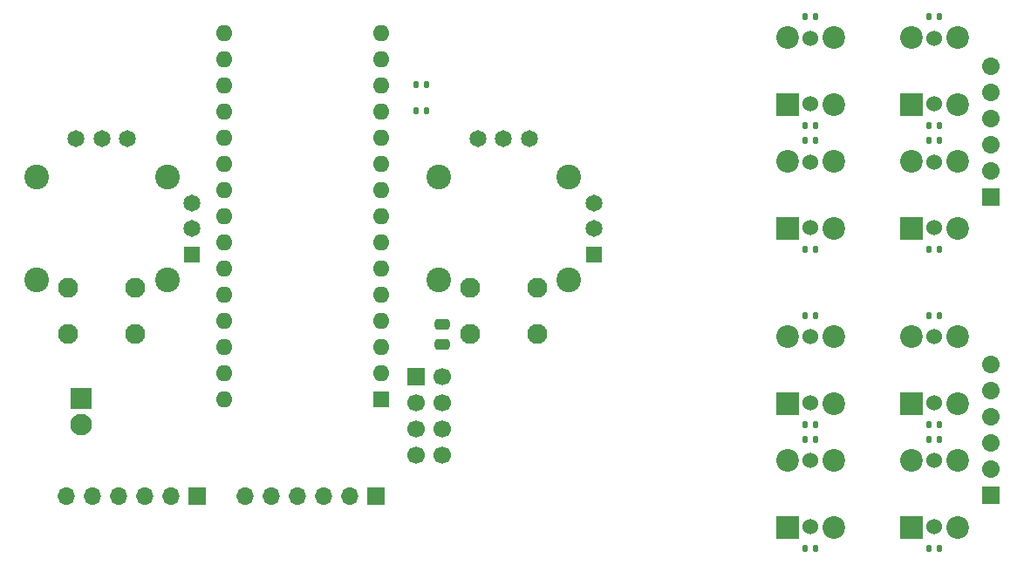
<source format=gts>
%MOIN*%
%OFA0B0*%
%FSLAX46Y46*%
%IPPOS*%
%LPD*%
%AMRoundRect*
4,1,4,
0.07874015748031496,0.11811023622047245,
0.15748031496062992,0.19685039370078741,
0.23622047244094491,0.27559055118110237,
0.31496062992125984,0.35433070866141736,
0.07874015748031496,0.11811023622047245,
0*
1,1,$1,$2,$3*
1,1,$1,$2,$3*
1,1,$1,$2,$3*
1,1,$1,$2,$3*
20,1,$1,$2,$3,$4,$5,0*
20,1,$1,$2,$3,$4,$5,0*
20,1,$1,$2,$3,$4,$5,0*
20,1,$1,$2,$3,$4,$5,0*%
%AMCOMP3*
4,1,3,
0.0053149606299212606,0.0072834645669291338,
-0.0053149606299212606,0.0072834645669291338,
-0.0053149606299212606,-0.0072834645669291338,
0.0053149606299212606,-0.0072834645669291338,
0*
4,1,19,
0.0053149606299212606,0.012598425196850395,
0.0069573737890007053,0.012338292507867943,
0.0084390161047040915,0.011583358040969211,
0.0096148541039613351,0.010407520041711965,
0.010369788570860071,0.00892587772600858,
0.010629921259842521,0.0072834645669291338,
0.010369788570860071,0.0056410514078496891,
0.0096148541039613351,0.0041594090921463047,
0.0084390161047040915,0.0029835710928890593,
0.006957373789000707,0.0022286366259903251,
0.0053149606299212615,0.0019685039370078736,
0.0036725474708418139,0.0022286366259903251,
0.0021909051551384311,0.002983571092889058,
0.0010150671558811857,0.0041594090921463038,
0.00026013268898245133,0.0056410514078496883,
0,0.0072834645669291329,
0.00026013268898245133,0.0089258777260085784,
0.001015067155881184,0.010407520041711962,
0.0021909051551384294,0.011583358040969209,
0.0036725474708418143,0.012338292507867943,
0*
4,1,19,
-0.0053149606299212606,0.012598425196850395,
-0.0036725474708418156,0.012338292507867943,
-0.0021909051551384307,0.011583358040969211,
-0.0010150671558811853,0.010407520041711965,
-0.00026013268898245133,0.00892587772600858,
0,0.0072834645669291338,
-0.00026013268898245133,0.0056410514078496891,
-0.0010150671558811853,0.0041594090921463047,
-0.00219090515513843,0.0029835710928890593,
-0.0036725474708418147,0.0022286366259903251,
-0.00531496062992126,0.0019685039370078736,
-0.006957373789000707,0.0022286366259903251,
-0.00843901610470409,0.002983571092889058,
-0.0096148541039613351,0.0041594090921463038,
-0.010369788570860071,0.0056410514078496883,
-0.010629921259842521,0.0072834645669291329,
-0.010369788570860071,0.0089258777260085784,
-0.0096148541039613369,0.010407520041711962,
-0.0084390161047040915,0.011583358040969209,
-0.006957373789000707,0.012338292507867943,
0*
4,1,19,
-0.0053149606299212606,-0.0019685039370078736,
-0.0036725474708418156,-0.0022286366259903251,
-0.0021909051551384307,-0.0029835710928890588,
-0.0010150671558811853,-0.0041594090921463038,
-0.00026013268898245133,-0.0056410514078496891,
0,-0.0072834645669291338,
-0.00026013268898245133,-0.00892587772600858,
-0.0010150671558811853,-0.010407520041711962,
-0.00219090515513843,-0.011583358040969209,
-0.0036725474708418147,-0.012338292507867943,
-0.00531496062992126,-0.012598425196850395,
-0.006957373789000707,-0.012338292507867943,
-0.00843901610470409,-0.011583358040969211,
-0.0096148541039613351,-0.010407520041711965,
-0.010369788570860071,-0.00892587772600858,
-0.010629921259842521,-0.0072834645669291355,
-0.010369788570860071,-0.00564105140784969,
-0.0096148541039613369,-0.0041594090921463055,
-0.0084390161047040915,-0.0029835710928890593,
-0.006957373789000707,-0.0022286366259903251,
0*
4,1,19,
0.0053149606299212606,-0.0019685039370078736,
0.0069573737890007053,-0.0022286366259903251,
0.0084390161047040915,-0.0029835710928890588,
0.0096148541039613351,-0.0041594090921463038,
0.010369788570860071,-0.0056410514078496891,
0.010629921259842521,-0.0072834645669291338,
0.010369788570860071,-0.00892587772600858,
0.0096148541039613351,-0.010407520041711962,
0.0084390161047040915,-0.011583358040969209,
0.006957373789000707,-0.012338292507867943,
0.0053149606299212615,-0.012598425196850395,
0.0036725474708418139,-0.012338292507867943,
0.0021909051551384311,-0.011583358040969211,
0.0010150671558811857,-0.010407520041711965,
0.00026013268898245133,-0.00892587772600858,
0,-0.0072834645669291355,
0.00026013268898245133,-0.00564105140784969,
0.001015067155881184,-0.0041594090921463055,
0.0021909051551384294,-0.0029835710928890593,
0.0036725474708418143,-0.0022286366259903251,
0*
4,1,3,
0.0053149606299212606,0.012598425196850395,
0.0053149606299212606,0.0019685039370078736,
-0.0053149606299212606,0.0019685039370078736,
-0.0053149606299212606,0.012598425196850395,
0*
4,1,3,
-0.010629921259842521,0.0072834645669291338,
0,0.0072834645669291338,
0,-0.0072834645669291338,
-0.010629921259842521,-0.0072834645669291338,
0*
4,1,3,
-0.0053149606299212606,-0.012598425196850395,
-0.0053149606299212606,-0.0019685039370078736,
0.0053149606299212606,-0.0019685039370078736,
0.0053149606299212606,-0.012598425196850395,
0*
4,1,3,
0.010629921259842521,-0.0072834645669291338,
0,-0.0072834645669291338,
0,0.0072834645669291338,
0.010629921259842521,0.0072834645669291338,
0*%
%AMCOMP4*
4,1,3,
0.018700787401574805,-0.00984251968503937,
0.018700787401574805,0.00984251968503937,
-0.018700787401574805,0.00984251968503937,
-0.018700787401574805,-0.00984251968503937,
0*
4,1,19,
0.018700787401574805,0,
0.021742293251721924,-0.00048172720181935506,
0.0244860753178393,-0.0018797539923725646,
0.026663553094241611,-0.0040572317687748707,
0.02806157988479482,-0.00680101383489225,
0.028543307086614175,-0.00984251968503937,
0.02806157988479482,-0.012884025535186491,
0.026663553094241611,-0.015627807601303868,
0.024486075317839306,-0.017805285377706176,
0.021742293251721924,-0.019203312168259386,
0.018700787401574805,-0.01968503937007874,
0.015659281551427682,-0.019203312168259386,
0.012915499485310306,-0.017805285377706176,
0.010738021708907997,-0.015627807601303872,
0.0093399949183547871,-0.012884025535186491,
0.0088582677165354329,-0.0098425196850393734,
0.0093399949183547871,-0.0068010138348922524,
0.010738021708907997,-0.0040572317687748733,
0.012915499485310301,-0.0018797539923725657,
0.015659281551427682,-0.00048172720181935506,
0*
4,1,19,
0.018700787401574805,0.01968503937007874,
0.021742293251721924,0.019203312168259386,
0.0244860753178393,0.017805285377706176,
0.026663553094241611,0.015627807601303872,
0.02806157988479482,0.012884025535186491,
0.028543307086614175,0.00984251968503937,
0.02806157988479482,0.0068010138348922507,
0.026663553094241611,0.0040572317687748724,
0.024486075317839306,0.0018797539923725657,
0.021742293251721924,0.00048172720181935506,
0.018700787401574805,0,
0.015659281551427682,0.00048172720181935506,
0.012915499485310306,0.0018797539923725635,
0.010738021708907997,0.00405723176877487,
0.0093399949183547871,0.0068010138348922489,
0.0088582677165354329,0.0098425196850393682,
0.0093399949183547871,0.012884025535186489,
0.010738021708907997,0.015627807601303868,
0.012915499485310301,0.017805285377706176,
0.015659281551427682,0.019203312168259386,
0*
4,1,19,
-0.018700787401574805,0.01968503937007874,
-0.015659281551427682,0.019203312168259386,
-0.012915499485310303,0.017805285377706176,
-0.010738021708907997,0.015627807601303872,
-0.0093399949183547871,0.012884025535186491,
-0.0088582677165354329,0.00984251968503937,
-0.0093399949183547871,0.0068010138348922507,
-0.010738021708907997,0.0040572317687748724,
-0.012915499485310301,0.0018797539923725657,
-0.015659281551427682,0.00048172720181935506,
-0.0187007874015748,0,
-0.021742293251721927,0.00048172720181935506,
-0.0244860753178393,0.0018797539923725635,
-0.026663553094241611,0.00405723176877487,
-0.02806157988479482,0.0068010138348922489,
-0.028543307086614175,0.0098425196850393682,
-0.02806157988479482,0.012884025535186489,
-0.026663553094241611,0.015627807601303868,
-0.024486075317839306,0.017805285377706176,
-0.021742293251721924,0.019203312168259386,
0*
4,1,19,
-0.018700787401574805,0,
-0.015659281551427682,-0.00048172720181935506,
-0.012915499485310303,-0.0018797539923725646,
-0.010738021708907997,-0.0040572317687748707,
-0.0093399949183547871,-0.00680101383489225,
-0.0088582677165354329,-0.00984251968503937,
-0.0093399949183547871,-0.012884025535186491,
-0.010738021708907997,-0.015627807601303868,
-0.012915499485310301,-0.017805285377706176,
-0.015659281551427682,-0.019203312168259386,
-0.0187007874015748,-0.01968503937007874,
-0.021742293251721927,-0.019203312168259386,
-0.0244860753178393,-0.017805285377706176,
-0.026663553094241611,-0.015627807601303872,
-0.02806157988479482,-0.012884025535186491,
-0.028543307086614175,-0.0098425196850393734,
-0.02806157988479482,-0.0068010138348922524,
-0.026663553094241611,-0.0040572317687748733,
-0.024486075317839306,-0.0018797539923725657,
-0.021742293251721924,-0.00048172720181935506,
0*
4,1,3,
0.028543307086614175,-0.00984251968503937,
0.0088582677165354329,-0.00984251968503937,
0.0088582677165354329,0.00984251968503937,
0.028543307086614175,0.00984251968503937,
0*
4,1,3,
0.018700787401574805,0.01968503937007874,
0.018700787401574805,0,
-0.018700787401574805,0,
-0.018700787401574805,0.01968503937007874,
0*
4,1,3,
-0.028543307086614175,0.00984251968503937,
-0.0088582677165354329,0.00984251968503937,
-0.0088582677165354329,-0.00984251968503937,
-0.028543307086614175,-0.00984251968503937,
0*
4,1,3,
-0.018700787401574805,-0.01968503937007874,
-0.018700787401574805,0,
0.018700787401574805,0,
0.018700787401574805,-0.01968503937007874,
0*%
%AMRoundRect0*
4,1,4,
-0.027838849653013673,0.13919424826506843,
-0.027838849653013663,0.25054964687712317,
-0.027838849653013628,0.36190504548917785,
-0.027838849653013663,0.47326044410123269,
-0.027838849653013673,0.13919424826506843,
0*
1,1,$1,$2,$3*
1,1,$1,$2,$3*
1,1,$1,$2,$3*
1,1,$1,$2,$3*
20,1,$1,$2,$3,$4,$5,45*
20,1,$1,$2,$3,$4,$5,45*
20,1,$1,$2,$3,$4,$5,45*
20,1,$1,$2,$3,$4,$5,45*%
%AMHorizOval0*
20,1,$1,$2,$3,$4,$5,45*
1,1,$1,$2,$3*
1,1,$1,$2,$3*%
%AMRotRect0*
21,1,$1,$2,0,0,$3*%
%AMCOMP180*
4,1,3,
0.043307086614173228,-0.043307086614173235,
0.043307086614173235,0.043307086614173228,
-0.043307086614173228,0.043307086614173235,
-0.043307086614173235,-0.043307086614173228,
0*%
%AMCOMP190*
4,1,3,
0.00531496533690372,0.0072834503958683168,
-0.0053149653369037181,0.0072834503958683176,
-0.00531496533690372,-0.0072834503958683168,
0.0053149653369037181,-0.0072834503958683176,
0*
4,1,19,
0.0015567206337468731,0.011041695099025164,
0.0029020237044297512,0.012019114992932477,
0.0044835223140521,0.012532975040763733,
0.0061464083597553409,0.012532975040763736,
0.0077279069693776889,0.012019114992932477,
0.0090732100400605659,0.011041695099025162,
0.010050629933967881,0.009696392028342285,
0.010564489981799138,0.0081148934187199387,
0.010564489981799138,0.0064520073730166957,
0.010050629933967881,0.004870508763394346,
0.0090732100400605677,0.0035252056927114694,
0.007727906969377688,0.0025477857988041542,
0.0061464083597553417,0.0020339257509728982,
0.0044835223140521,0.0020339257509728991,
0.0029020237044297512,0.0025477857988041555,
0.0015567206337468731,0.0035252056927114685,
0.00057930073983956021,0.004870508763394346,
0.000065440692008302207,0.006452007373016694,
0.000065440692008301651,0.008114893418719937,
0.00057930073983955891,0.0096963920283422867,
0*
4,1,19,
-0.0090732100400605642,0.011041695099025164,
-0.0077279069693776872,0.012019114992932478,
-0.00614640835975534,0.012532975040763736,
-0.0044835223140520979,0.012532975040763736,
-0.002902023704429749,0.012019114992932477,
-0.0015567206337468709,0.011041695099025164,
-0.00057930073983955771,0.0096963920283422867,
-0.000065440692008301651,0.0081148934187199387,
-0.000065440692008301109,0.0064520073730166966,
-0.00057930073983955826,0.0048705087633943477,
-0.0015567206337468713,0.0035252056927114702,
-0.0029020237044297512,0.0025477857988041555,
-0.004483522314052097,0.0020339257509728991,
-0.00614640835975534,0.0020339257509728995,
-0.0077279069693776889,0.002547785798804156,
-0.0090732100400605659,0.0035252056927114689,
-0.010050629933967881,0.0048705087633943477,
-0.010564489981799138,0.0064520073730166966,
-0.010564489981799138,0.0081148934187199387,
-0.010050629933967879,0.0096963920283422867,
0*
4,1,19,
-0.0090732100400605677,-0.0035252056927114685,
-0.0077279069693776889,-0.0025477857988041555,
-0.0061464083597553409,-0.0020339257509728991,
-0.0044835223140521,-0.0020339257509728991,
-0.0029020237044297503,-0.002547785798804156,
-0.0015567206337468724,-0.0035252056927114689,
-0.00057930073983955945,-0.0048705087633943468,
-0.000065440692008303291,-0.0064520073730166966,
-0.000065440692008302207,-0.008114893418719937,
-0.00057930073983956,-0.0096963920283422867,
-0.001556720633746872,-0.011041695099025164,
-0.0029020237044297533,-0.012019114992932478,
-0.0044835223140520988,-0.012532975040763736,
-0.0061464083597553409,-0.012532975040763736,
-0.0077279069693776889,-0.012019114992932477,
-0.0090732100400605659,-0.011041695099025164,
-0.010050629933967881,-0.009696392028342285,
-0.010564489981799138,-0.0081148934187199387,
-0.010564489981799138,-0.0064520073730166966,
-0.010050629933967882,-0.0048705087633943477,
0*
4,1,19,
0.0015567206337468718,-0.0035252056927114694,
0.00290202370442975,-0.0025477857988041568,
0.0044835223140520988,-0.0020339257509729,
0.0061464083597553409,-0.0020339257509729004,
0.0077279069693776889,-0.0025477857988041568,
0.0090732100400605659,-0.0035252056927114702,
0.010050629933967881,-0.0048705087633943477,
0.010564489981799135,-0.0064520073730166966,
0.010564489981799138,-0.0081148934187199387,
0.010050629933967879,-0.0096963920283422867,
0.0090732100400605659,-0.011041695099025164,
0.0077279069693776863,-0.012019114992932478,
0.0061464083597553409,-0.012532975040763736,
0.0044835223140520979,-0.012532975040763736,
0.002902023704429749,-0.012019114992932477,
0.001556720633746872,-0.011041695099025165,
0.00057930073983955891,-0.0096963920283422867,
0.000065440692008300567,-0.0081148934187199387,
0.000065440692008301109,-0.0064520073730166966,
0.00057930073983955771,-0.0048705087633943477,
0*
4,1,3,
0.0053149653369037207,0.012598411025789576,
0.00531496533690372,0.0019684897659470561,
-0.00531496533690372,0.001968489765947057,
-0.00531496533690372,0.012598411025789576,
0*
4,1,3,
-0.01062992596682498,0.0072834503958683176,
-0.0000000047069824590948216,0.0072834503958683168,
-0.00000000470698246018756,-0.0072834503958683168,
-0.01062992596682498,-0.0072834503958683159,
0*
4,1,3,
-0.0053149653369037207,-0.012598411025789576,
-0.00531496533690372,-0.0019684897659470561,
0.00531496533690372,-0.001968489765947057,
0.00531496533690372,-0.012598411025789576,
0*
4,1,3,
0.01062992596682498,-0.0072834503958683176,
0.0000000047069824590948216,-0.0072834503958683168,
0.00000000470698246018756,0.0072834503958683168,
0.01062992596682498,0.0072834503958683159,
0*%
%AMCOMP200*
4,1,3,
-0.00531496533690372,-0.0072834503958683168,
0.0053149653369037181,-0.0072834503958683176,
0.00531496533690372,0.0072834503958683168,
-0.0053149653369037181,0.0072834503958683176,
0*
4,1,19,
-0.0090732100400605677,-0.0035252056927114685,
-0.0077279069693776889,-0.0025477857988041555,
-0.0061464083597553409,-0.0020339257509728991,
-0.0044835223140521,-0.0020339257509728991,
-0.0029020237044297503,-0.002547785798804156,
-0.0015567206337468724,-0.0035252056927114689,
-0.00057930073983955945,-0.0048705087633943468,
-0.000065440692008303291,-0.0064520073730166966,
-0.000065440692008302207,-0.008114893418719937,
-0.00057930073983956,-0.0096963920283422867,
-0.001556720633746872,-0.011041695099025164,
-0.0029020237044297533,-0.012019114992932478,
-0.0044835223140520988,-0.012532975040763736,
-0.0061464083597553409,-0.012532975040763736,
-0.0077279069693776889,-0.012019114992932477,
-0.0090732100400605659,-0.011041695099025164,
-0.010050629933967881,-0.009696392028342285,
-0.010564489981799138,-0.0081148934187199387,
-0.010564489981799138,-0.0064520073730166966,
-0.010050629933967882,-0.0048705087633943477,
0*
4,1,19,
0.0015567206337468718,-0.0035252056927114694,
0.00290202370442975,-0.0025477857988041568,
0.0044835223140520988,-0.0020339257509729,
0.0061464083597553409,-0.0020339257509729004,
0.0077279069693776889,-0.0025477857988041568,
0.0090732100400605659,-0.0035252056927114702,
0.010050629933967881,-0.0048705087633943477,
0.010564489981799135,-0.0064520073730166966,
0.010564489981799138,-0.0081148934187199387,
0.010050629933967879,-0.0096963920283422867,
0.0090732100400605659,-0.011041695099025164,
0.0077279069693776863,-0.012019114992932478,
0.0061464083597553409,-0.012532975040763736,
0.0044835223140520979,-0.012532975040763736,
0.002902023704429749,-0.012019114992932477,
0.001556720633746872,-0.011041695099025165,
0.00057930073983955891,-0.0096963920283422867,
0.000065440692008300567,-0.0081148934187199387,
0.000065440692008301109,-0.0064520073730166966,
0.00057930073983955771,-0.0048705087633943477,
0*
4,1,19,
0.0015567206337468731,0.011041695099025164,
0.0029020237044297512,0.012019114992932477,
0.0044835223140521,0.012532975040763733,
0.0061464083597553409,0.012532975040763736,
0.0077279069693776889,0.012019114992932477,
0.0090732100400605659,0.011041695099025162,
0.010050629933967881,0.009696392028342285,
0.010564489981799138,0.0081148934187199387,
0.010564489981799138,0.0064520073730166957,
0.010050629933967881,0.004870508763394346,
0.0090732100400605677,0.0035252056927114694,
0.007727906969377688,0.0025477857988041542,
0.0061464083597553417,0.0020339257509728982,
0.0044835223140521,0.0020339257509728991,
0.0029020237044297512,0.0025477857988041555,
0.0015567206337468731,0.0035252056927114685,
0.00057930073983956021,0.004870508763394346,
0.000065440692008302207,0.006452007373016694,
0.000065440692008301651,0.008114893418719937,
0.00057930073983955891,0.0096963920283422867,
0*
4,1,19,
-0.0090732100400605642,0.011041695099025164,
-0.0077279069693776872,0.012019114992932478,
-0.00614640835975534,0.012532975040763736,
-0.0044835223140520979,0.012532975040763736,
-0.002902023704429749,0.012019114992932477,
-0.0015567206337468709,0.011041695099025164,
-0.00057930073983955771,0.0096963920283422867,
-0.000065440692008301651,0.0081148934187199387,
-0.000065440692008301109,0.0064520073730166966,
-0.00057930073983955826,0.0048705087633943477,
-0.0015567206337468713,0.0035252056927114702,
-0.0029020237044297512,0.0025477857988041555,
-0.004483522314052097,0.0020339257509728991,
-0.00614640835975534,0.0020339257509728995,
-0.0077279069693776889,0.002547785798804156,
-0.0090732100400605659,0.0035252056927114689,
-0.010050629933967881,0.0048705087633943477,
-0.010564489981799138,0.0064520073730166966,
-0.010564489981799138,0.0081148934187199387,
-0.010050629933967879,0.0096963920283422867,
0*
4,1,3,
-0.0053149653369037207,-0.012598411025789576,
-0.00531496533690372,-0.0019684897659470561,
0.00531496533690372,-0.001968489765947057,
0.00531496533690372,-0.012598411025789576,
0*
4,1,3,
0.01062992596682498,-0.0072834503958683176,
0.0000000047069824590948216,-0.0072834503958683168,
0.00000000470698246018756,0.0072834503958683168,
0.01062992596682498,0.0072834503958683159,
0*
4,1,3,
0.0053149653369037207,0.012598411025789576,
0.00531496533690372,0.0019684897659470561,
-0.00531496533690372,0.001968489765947057,
-0.00531496533690372,0.012598411025789576,
0*
4,1,3,
-0.01062992596682498,0.0072834503958683176,
-0.0000000047069824590948216,0.0072834503958683168,
-0.00000000470698246018756,-0.0072834503958683168,
-0.01062992596682498,-0.0072834503958683159,
0*%
%AMCOMP210*
4,1,3,
0.033464566929133861,0.033464566929133847,
-0.033464566929133847,0.033464566929133861,
-0.033464566929133861,-0.033464566929133847,
0.033464566929133847,-0.033464566929133861,
0*%
%AMCOMP220*
4,1,2,
0,0,
0,0,
0,0,
0*
4,1,19,
-0.02366302220506163,0.023663022205061633,
-0.015192595463724989,0.029817147462996563,
-0.0052350116253620533,0.033052562578971149,
0.0052350116253620576,0.033052562578971149,
0.015192595463724992,0.029817147462996556,
0.023663022205061633,0.02366302220506163,
0.029817147462996567,0.015192595463724992,
0.033052562578971142,0.0052350116253620559,
0.033052562578971149,-0.0052350116253620533,
0.029817147462996563,-0.015192595463724992,
0.023663022205061633,-0.02366302220506163,
0.015192595463724978,-0.02981714746299657,
0.0052350116253620576,-0.033052562578971149,
-0.0052350116253620533,-0.033052562578971149,
-0.015192595463724989,-0.029817147462996563,
-0.02366302220506163,-0.023663022205061633,
-0.029817147462996563,-0.015192595463724997,
-0.033052562578971142,-0.005235011625362062,
-0.033052562578971149,0.0052350116253620516,
-0.029817147462996563,0.015192595463724989,
0*
4,1,19,
-0.02366302220506163,0.023663022205061633,
-0.015192595463724989,0.029817147462996563,
-0.0052350116253620533,0.033052562578971149,
0.0052350116253620576,0.033052562578971149,
0.015192595463724992,0.029817147462996556,
0.023663022205061633,0.02366302220506163,
0.029817147462996567,0.015192595463724992,
0.033052562578971142,0.0052350116253620559,
0.033052562578971149,-0.0052350116253620533,
0.029817147462996563,-0.015192595463724992,
0.023663022205061633,-0.02366302220506163,
0.015192595463724978,-0.02981714746299657,
0.0052350116253620576,-0.033052562578971149,
-0.0052350116253620533,-0.033052562578971149,
-0.015192595463724989,-0.029817147462996563,
-0.02366302220506163,-0.023663022205061633,
-0.029817147462996563,-0.015192595463724997,
-0.033052562578971142,-0.005235011625362062,
-0.033052562578971149,0.0052350116253620516,
-0.029817147462996563,0.015192595463724989,
0*%
%AMRoundRect1*
4,1,4,
-0.027838849653013673,0.13919424826506843,
-0.027838849653013663,0.25054964687712317,
-0.027838849653013628,0.36190504548917785,
-0.027838849653013663,0.47326044410123269,
-0.027838849653013673,0.13919424826506843,
0*
1,1,$1,$2,$3*
1,1,$1,$2,$3*
1,1,$1,$2,$3*
1,1,$1,$2,$3*
20,1,$1,$2,$3,$4,$5,45*
20,1,$1,$2,$3,$4,$5,45*
20,1,$1,$2,$3,$4,$5,45*
20,1,$1,$2,$3,$4,$5,45*%
%AMHorizOval1*
20,1,$1,$2,$3,$4,$5,45*
1,1,$1,$2,$3*
1,1,$1,$2,$3*%
%AMRotRect1*
21,1,$1,$2,0,0,$3*%
%AMCOMP360*
4,1,3,
-0.00531496533690372,-0.0072834503958683168,
0.0053149653369037181,-0.0072834503958683176,
0.00531496533690372,0.0072834503958683168,
-0.0053149653369037181,0.0072834503958683176,
0*
4,1,19,
-0.0090732100400605677,-0.0035252056927114685,
-0.0077279069693776889,-0.0025477857988041555,
-0.0061464083597553409,-0.0020339257509728991,
-0.0044835223140521,-0.0020339257509728991,
-0.0029020237044297503,-0.002547785798804156,
-0.0015567206337468724,-0.0035252056927114689,
-0.00057930073983955945,-0.0048705087633943468,
-0.000065440692008303291,-0.0064520073730166966,
-0.000065440692008302207,-0.008114893418719937,
-0.00057930073983956,-0.0096963920283422867,
-0.001556720633746872,-0.011041695099025164,
-0.0029020237044297533,-0.012019114992932478,
-0.0044835223140520988,-0.012532975040763736,
-0.0061464083597553409,-0.012532975040763736,
-0.0077279069693776889,-0.012019114992932477,
-0.0090732100400605659,-0.011041695099025164,
-0.010050629933967881,-0.009696392028342285,
-0.010564489981799138,-0.0081148934187199387,
-0.010564489981799138,-0.0064520073730166966,
-0.010050629933967882,-0.0048705087633943477,
0*
4,1,19,
0.0015567206337468718,-0.0035252056927114694,
0.00290202370442975,-0.0025477857988041568,
0.0044835223140520988,-0.0020339257509729,
0.0061464083597553409,-0.0020339257509729004,
0.0077279069693776889,-0.0025477857988041568,
0.0090732100400605659,-0.0035252056927114702,
0.010050629933967881,-0.0048705087633943477,
0.010564489981799135,-0.0064520073730166966,
0.010564489981799138,-0.0081148934187199387,
0.010050629933967879,-0.0096963920283422867,
0.0090732100400605659,-0.011041695099025164,
0.0077279069693776863,-0.012019114992932478,
0.0061464083597553409,-0.012532975040763736,
0.0044835223140520979,-0.012532975040763736,
0.002902023704429749,-0.012019114992932477,
0.001556720633746872,-0.011041695099025165,
0.00057930073983955891,-0.0096963920283422867,
0.000065440692008300567,-0.0081148934187199387,
0.000065440692008301109,-0.0064520073730166966,
0.00057930073983955771,-0.0048705087633943477,
0*
4,1,19,
0.0015567206337468731,0.011041695099025164,
0.0029020237044297512,0.012019114992932477,
0.0044835223140521,0.012532975040763733,
0.0061464083597553409,0.012532975040763736,
0.0077279069693776889,0.012019114992932477,
0.0090732100400605659,0.011041695099025162,
0.010050629933967881,0.009696392028342285,
0.010564489981799138,0.0081148934187199387,
0.010564489981799138,0.0064520073730166957,
0.010050629933967881,0.004870508763394346,
0.0090732100400605677,0.0035252056927114694,
0.007727906969377688,0.0025477857988041542,
0.0061464083597553417,0.0020339257509728982,
0.0044835223140521,0.0020339257509728991,
0.0029020237044297512,0.0025477857988041555,
0.0015567206337468731,0.0035252056927114685,
0.00057930073983956021,0.004870508763394346,
0.000065440692008302207,0.006452007373016694,
0.000065440692008301651,0.008114893418719937,
0.00057930073983955891,0.0096963920283422867,
0*
4,1,19,
-0.0090732100400605642,0.011041695099025164,
-0.0077279069693776872,0.012019114992932478,
-0.00614640835975534,0.012532975040763736,
-0.0044835223140520979,0.012532975040763736,
-0.002902023704429749,0.012019114992932477,
-0.0015567206337468709,0.011041695099025164,
-0.00057930073983955771,0.0096963920283422867,
-0.000065440692008301651,0.0081148934187199387,
-0.000065440692008301109,0.0064520073730166966,
-0.00057930073983955826,0.0048705087633943477,
-0.0015567206337468713,0.0035252056927114702,
-0.0029020237044297512,0.0025477857988041555,
-0.004483522314052097,0.0020339257509728991,
-0.00614640835975534,0.0020339257509728995,
-0.0077279069693776889,0.002547785798804156,
-0.0090732100400605659,0.0035252056927114689,
-0.010050629933967881,0.0048705087633943477,
-0.010564489981799138,0.0064520073730166966,
-0.010564489981799138,0.0081148934187199387,
-0.010050629933967879,0.0096963920283422867,
0*
4,1,3,
-0.0053149653369037207,-0.012598411025789576,
-0.00531496533690372,-0.0019684897659470561,
0.00531496533690372,-0.001968489765947057,
0.00531496533690372,-0.012598411025789576,
0*
4,1,3,
0.01062992596682498,-0.0072834503958683176,
0.0000000047069824590948216,-0.0072834503958683168,
0.00000000470698246018756,0.0072834503958683168,
0.01062992596682498,0.0072834503958683159,
0*
4,1,3,
0.0053149653369037207,0.012598411025789576,
0.00531496533690372,0.0019684897659470561,
-0.00531496533690372,0.001968489765947057,
-0.00531496533690372,0.012598411025789576,
0*
4,1,3,
-0.01062992596682498,0.0072834503958683176,
-0.0000000047069824590948216,0.0072834503958683168,
-0.00000000470698246018756,-0.0072834503958683168,
-0.01062992596682498,-0.0072834503958683159,
0*%
%AMCOMP370*
4,1,3,
0.033464566929133861,0.033464566929133847,
-0.033464566929133847,0.033464566929133861,
-0.033464566929133861,-0.033464566929133847,
0.033464566929133847,-0.033464566929133861,
0*%
%AMCOMP380*
4,1,2,
0,0,
0,0,
0,0,
0*
4,1,19,
-0.02366302220506163,0.023663022205061633,
-0.015192595463724989,0.029817147462996563,
-0.0052350116253620533,0.033052562578971149,
0.0052350116253620576,0.033052562578971149,
0.015192595463724992,0.029817147462996556,
0.023663022205061633,0.02366302220506163,
0.029817147462996567,0.015192595463724992,
0.033052562578971142,0.0052350116253620559,
0.033052562578971149,-0.0052350116253620533,
0.029817147462996563,-0.015192595463724992,
0.023663022205061633,-0.02366302220506163,
0.015192595463724978,-0.02981714746299657,
0.0052350116253620576,-0.033052562578971149,
-0.0052350116253620533,-0.033052562578971149,
-0.015192595463724989,-0.029817147462996563,
-0.02366302220506163,-0.023663022205061633,
-0.029817147462996563,-0.015192595463724997,
-0.033052562578971142,-0.005235011625362062,
-0.033052562578971149,0.0052350116253620516,
-0.029817147462996563,0.015192595463724989,
0*
4,1,19,
-0.02366302220506163,0.023663022205061633,
-0.015192595463724989,0.029817147462996563,
-0.0052350116253620533,0.033052562578971149,
0.0052350116253620576,0.033052562578971149,
0.015192595463724992,0.029817147462996556,
0.023663022205061633,0.02366302220506163,
0.029817147462996567,0.015192595463724992,
0.033052562578971142,0.0052350116253620559,
0.033052562578971149,-0.0052350116253620533,
0.029817147462996563,-0.015192595463724992,
0.023663022205061633,-0.02366302220506163,
0.015192595463724978,-0.02981714746299657,
0.0052350116253620576,-0.033052562578971149,
-0.0052350116253620533,-0.033052562578971149,
-0.015192595463724989,-0.029817147462996563,
-0.02366302220506163,-0.023663022205061633,
-0.029817147462996563,-0.015192595463724997,
-0.033052562578971142,-0.005235011625362062,
-0.033052562578971149,0.0052350116253620516,
-0.029817147462996563,0.015192595463724989,
0*%
%AMCOMP390*
4,1,3,
0.043307086614173228,-0.043307086614173235,
0.043307086614173235,0.043307086614173228,
-0.043307086614173228,0.043307086614173235,
-0.043307086614173235,-0.043307086614173228,
0*%
%AMCOMP400*
4,1,3,
0.00531496533690372,0.0072834503958683168,
-0.0053149653369037181,0.0072834503958683176,
-0.00531496533690372,-0.0072834503958683168,
0.0053149653369037181,-0.0072834503958683176,
0*
4,1,19,
0.0015567206337468731,0.011041695099025164,
0.0029020237044297512,0.012019114992932477,
0.0044835223140521,0.012532975040763733,
0.0061464083597553409,0.012532975040763736,
0.0077279069693776889,0.012019114992932477,
0.0090732100400605659,0.011041695099025162,
0.010050629933967881,0.009696392028342285,
0.010564489981799138,0.0081148934187199387,
0.010564489981799138,0.0064520073730166957,
0.010050629933967881,0.004870508763394346,
0.0090732100400605677,0.0035252056927114694,
0.007727906969377688,0.0025477857988041542,
0.0061464083597553417,0.0020339257509728982,
0.0044835223140521,0.0020339257509728991,
0.0029020237044297512,0.0025477857988041555,
0.0015567206337468731,0.0035252056927114685,
0.00057930073983956021,0.004870508763394346,
0.000065440692008302207,0.006452007373016694,
0.000065440692008301651,0.008114893418719937,
0.00057930073983955891,0.0096963920283422867,
0*
4,1,19,
-0.0090732100400605642,0.011041695099025164,
-0.0077279069693776872,0.012019114992932478,
-0.00614640835975534,0.012532975040763736,
-0.0044835223140520979,0.012532975040763736,
-0.002902023704429749,0.012019114992932477,
-0.0015567206337468709,0.011041695099025164,
-0.00057930073983955771,0.0096963920283422867,
-0.000065440692008301651,0.0081148934187199387,
-0.000065440692008301109,0.0064520073730166966,
-0.00057930073983955826,0.0048705087633943477,
-0.0015567206337468713,0.0035252056927114702,
-0.0029020237044297512,0.0025477857988041555,
-0.004483522314052097,0.0020339257509728991,
-0.00614640835975534,0.0020339257509728995,
-0.0077279069693776889,0.002547785798804156,
-0.0090732100400605659,0.0035252056927114689,
-0.010050629933967881,0.0048705087633943477,
-0.010564489981799138,0.0064520073730166966,
-0.010564489981799138,0.0081148934187199387,
-0.010050629933967879,0.0096963920283422867,
0*
4,1,19,
-0.0090732100400605677,-0.0035252056927114685,
-0.0077279069693776889,-0.0025477857988041555,
-0.0061464083597553409,-0.0020339257509728991,
-0.0044835223140521,-0.0020339257509728991,
-0.0029020237044297503,-0.002547785798804156,
-0.0015567206337468724,-0.0035252056927114689,
-0.00057930073983955945,-0.0048705087633943468,
-0.000065440692008303291,-0.0064520073730166966,
-0.000065440692008302207,-0.008114893418719937,
-0.00057930073983956,-0.0096963920283422867,
-0.001556720633746872,-0.011041695099025164,
-0.0029020237044297533,-0.012019114992932478,
-0.0044835223140520988,-0.012532975040763736,
-0.0061464083597553409,-0.012532975040763736,
-0.0077279069693776889,-0.012019114992932477,
-0.0090732100400605659,-0.011041695099025164,
-0.010050629933967881,-0.009696392028342285,
-0.010564489981799138,-0.0081148934187199387,
-0.010564489981799138,-0.0064520073730166966,
-0.010050629933967882,-0.0048705087633943477,
0*
4,1,19,
0.0015567206337468718,-0.0035252056927114694,
0.00290202370442975,-0.0025477857988041568,
0.0044835223140520988,-0.0020339257509729,
0.0061464083597553409,-0.0020339257509729004,
0.0077279069693776889,-0.0025477857988041568,
0.0090732100400605659,-0.0035252056927114702,
0.010050629933967881,-0.0048705087633943477,
0.010564489981799135,-0.0064520073730166966,
0.010564489981799138,-0.0081148934187199387,
0.010050629933967879,-0.0096963920283422867,
0.0090732100400605659,-0.011041695099025164,
0.0077279069693776863,-0.012019114992932478,
0.0061464083597553409,-0.012532975040763736,
0.0044835223140520979,-0.012532975040763736,
0.002902023704429749,-0.012019114992932477,
0.001556720633746872,-0.011041695099025165,
0.00057930073983955891,-0.0096963920283422867,
0.000065440692008300567,-0.0081148934187199387,
0.000065440692008301109,-0.0064520073730166966,
0.00057930073983955771,-0.0048705087633943477,
0*
4,1,3,
0.0053149653369037207,0.012598411025789576,
0.00531496533690372,0.0019684897659470561,
-0.00531496533690372,0.001968489765947057,
-0.00531496533690372,0.012598411025789576,
0*
4,1,3,
-0.01062992596682498,0.0072834503958683176,
-0.0000000047069824590948216,0.0072834503958683168,
-0.00000000470698246018756,-0.0072834503958683168,
-0.01062992596682498,-0.0072834503958683159,
0*
4,1,3,
-0.0053149653369037207,-0.012598411025789576,
-0.00531496533690372,-0.0019684897659470561,
0.00531496533690372,-0.001968489765947057,
0.00531496533690372,-0.012598411025789576,
0*
4,1,3,
0.01062992596682498,-0.0072834503958683176,
0.0000000047069824590948216,-0.0072834503958683168,
0.00000000470698246018756,0.0072834503958683168,
0.01062992596682498,0.0072834503958683159,
0*%
%AMCOMP49*
4,1,3,
0.0053149606299212606,0.0072834645669291338,
-0.0053149606299212606,0.0072834645669291338,
-0.0053149606299212606,-0.0072834645669291338,
0.0053149606299212606,-0.0072834645669291338,
0*
4,1,19,
0.0053149606299212606,0.012598425196850395,
0.0069573737890007053,0.012338292507867943,
0.0084390161047040915,0.011583358040969211,
0.0096148541039613351,0.010407520041711965,
0.010369788570860071,0.00892587772600858,
0.010629921259842521,0.0072834645669291338,
0.010369788570860071,0.0056410514078496891,
0.0096148541039613351,0.0041594090921463047,
0.0084390161047040915,0.0029835710928890593,
0.006957373789000707,0.0022286366259903251,
0.0053149606299212615,0.0019685039370078736,
0.0036725474708418139,0.0022286366259903251,
0.0021909051551384311,0.002983571092889058,
0.0010150671558811857,0.0041594090921463038,
0.00026013268898245133,0.0056410514078496883,
0,0.0072834645669291329,
0.00026013268898245133,0.0089258777260085784,
0.001015067155881184,0.010407520041711962,
0.0021909051551384294,0.011583358040969209,
0.0036725474708418143,0.012338292507867943,
0*
4,1,19,
-0.0053149606299212606,0.012598425196850395,
-0.0036725474708418156,0.012338292507867943,
-0.0021909051551384307,0.011583358040969211,
-0.0010150671558811853,0.010407520041711965,
-0.00026013268898245133,0.00892587772600858,
0,0.0072834645669291338,
-0.00026013268898245133,0.0056410514078496891,
-0.0010150671558811853,0.0041594090921463047,
-0.00219090515513843,0.0029835710928890593,
-0.0036725474708418147,0.0022286366259903251,
-0.00531496062992126,0.0019685039370078736,
-0.006957373789000707,0.0022286366259903251,
-0.00843901610470409,0.002983571092889058,
-0.0096148541039613351,0.0041594090921463038,
-0.010369788570860071,0.0056410514078496883,
-0.010629921259842521,0.0072834645669291329,
-0.010369788570860071,0.0089258777260085784,
-0.0096148541039613369,0.010407520041711962,
-0.0084390161047040915,0.011583358040969209,
-0.006957373789000707,0.012338292507867943,
0*
4,1,19,
-0.0053149606299212606,-0.0019685039370078736,
-0.0036725474708418156,-0.0022286366259903251,
-0.0021909051551384307,-0.0029835710928890588,
-0.0010150671558811853,-0.0041594090921463038,
-0.00026013268898245133,-0.0056410514078496891,
0,-0.0072834645669291338,
-0.00026013268898245133,-0.00892587772600858,
-0.0010150671558811853,-0.010407520041711962,
-0.00219090515513843,-0.011583358040969209,
-0.0036725474708418147,-0.012338292507867943,
-0.00531496062992126,-0.012598425196850395,
-0.006957373789000707,-0.012338292507867943,
-0.00843901610470409,-0.011583358040969211,
-0.0096148541039613351,-0.010407520041711965,
-0.010369788570860071,-0.00892587772600858,
-0.010629921259842521,-0.0072834645669291355,
-0.010369788570860071,-0.00564105140784969,
-0.0096148541039613369,-0.0041594090921463055,
-0.0084390161047040915,-0.0029835710928890593,
-0.006957373789000707,-0.0022286366259903251,
0*
4,1,19,
0.0053149606299212606,-0.0019685039370078736,
0.0069573737890007053,-0.0022286366259903251,
0.0084390161047040915,-0.0029835710928890588,
0.0096148541039613351,-0.0041594090921463038,
0.010369788570860071,-0.0056410514078496891,
0.010629921259842521,-0.0072834645669291338,
0.010369788570860071,-0.00892587772600858,
0.0096148541039613351,-0.010407520041711962,
0.0084390161047040915,-0.011583358040969209,
0.006957373789000707,-0.012338292507867943,
0.0053149606299212615,-0.012598425196850395,
0.0036725474708418139,-0.012338292507867943,
0.0021909051551384311,-0.011583358040969211,
0.0010150671558811857,-0.010407520041711965,
0.00026013268898245133,-0.00892587772600858,
0,-0.0072834645669291355,
0.00026013268898245133,-0.00564105140784969,
0.001015067155881184,-0.0041594090921463055,
0.0021909051551384294,-0.0029835710928890593,
0.0036725474708418143,-0.0022286366259903251,
0*
4,1,3,
0.0053149606299212606,0.012598425196850395,
0.0053149606299212606,0.0019685039370078736,
-0.0053149606299212606,0.0019685039370078736,
-0.0053149606299212606,0.012598425196850395,
0*
4,1,3,
-0.010629921259842521,0.0072834645669291338,
0,0.0072834645669291338,
0,-0.0072834645669291338,
-0.010629921259842521,-0.0072834645669291338,
0*
4,1,3,
-0.0053149606299212606,-0.012598425196850395,
-0.0053149606299212606,-0.0019685039370078736,
0.0053149606299212606,-0.0019685039370078736,
0.0053149606299212606,-0.012598425196850395,
0*
4,1,3,
0.010629921259842521,-0.0072834645669291338,
0,-0.0072834645669291338,
0,0.0072834645669291338,
0.010629921259842521,0.0072834645669291338,
0*%
%ADD10COMP49,0.135X0.135X0.185X-0.135X0.185X-0.135X-0.185X0.135X-0.185X0*%
%ADD11R,0.082677165354330714X0.082677165354330714*%
%ADD12C,0.082677165354330714*%
%AMCOMP52*
4,1,3,
0.018700787401574805,-0.00984251968503937,
0.018700787401574805,0.00984251968503937,
-0.018700787401574805,0.00984251968503937,
-0.018700787401574805,-0.00984251968503937,
0*
4,1,19,
0.018700787401574805,0,
0.021742293251721924,-0.00048172720181935506,
0.0244860753178393,-0.0018797539923725646,
0.026663553094241611,-0.0040572317687748707,
0.02806157988479482,-0.00680101383489225,
0.028543307086614175,-0.00984251968503937,
0.02806157988479482,-0.012884025535186491,
0.026663553094241611,-0.015627807601303868,
0.024486075317839306,-0.017805285377706176,
0.021742293251721924,-0.019203312168259386,
0.018700787401574805,-0.01968503937007874,
0.015659281551427682,-0.019203312168259386,
0.012915499485310306,-0.017805285377706176,
0.010738021708907997,-0.015627807601303872,
0.0093399949183547871,-0.012884025535186491,
0.0088582677165354329,-0.0098425196850393734,
0.0093399949183547871,-0.0068010138348922524,
0.010738021708907997,-0.0040572317687748733,
0.012915499485310301,-0.0018797539923725657,
0.015659281551427682,-0.00048172720181935506,
0*
4,1,19,
0.018700787401574805,0.01968503937007874,
0.021742293251721924,0.019203312168259386,
0.0244860753178393,0.017805285377706176,
0.026663553094241611,0.015627807601303872,
0.02806157988479482,0.012884025535186491,
0.028543307086614175,0.00984251968503937,
0.02806157988479482,0.0068010138348922507,
0.026663553094241611,0.0040572317687748724,
0.024486075317839306,0.0018797539923725657,
0.021742293251721924,0.00048172720181935506,
0.018700787401574805,0,
0.015659281551427682,0.00048172720181935506,
0.012915499485310306,0.0018797539923725635,
0.010738021708907997,0.00405723176877487,
0.0093399949183547871,0.0068010138348922489,
0.0088582677165354329,0.0098425196850393682,
0.0093399949183547871,0.012884025535186489,
0.010738021708907997,0.015627807601303868,
0.012915499485310301,0.017805285377706176,
0.015659281551427682,0.019203312168259386,
0*
4,1,19,
-0.018700787401574805,0.01968503937007874,
-0.015659281551427682,0.019203312168259386,
-0.012915499485310303,0.017805285377706176,
-0.010738021708907997,0.015627807601303872,
-0.0093399949183547871,0.012884025535186491,
-0.0088582677165354329,0.00984251968503937,
-0.0093399949183547871,0.0068010138348922507,
-0.010738021708907997,0.0040572317687748724,
-0.012915499485310301,0.0018797539923725657,
-0.015659281551427682,0.00048172720181935506,
-0.0187007874015748,0,
-0.021742293251721927,0.00048172720181935506,
-0.0244860753178393,0.0018797539923725635,
-0.026663553094241611,0.00405723176877487,
-0.02806157988479482,0.0068010138348922489,
-0.028543307086614175,0.0098425196850393682,
-0.02806157988479482,0.012884025535186489,
-0.026663553094241611,0.015627807601303868,
-0.024486075317839306,0.017805285377706176,
-0.021742293251721924,0.019203312168259386,
0*
4,1,19,
-0.018700787401574805,0,
-0.015659281551427682,-0.00048172720181935506,
-0.012915499485310303,-0.0018797539923725646,
-0.010738021708907997,-0.0040572317687748707,
-0.0093399949183547871,-0.00680101383489225,
-0.0088582677165354329,-0.00984251968503937,
-0.0093399949183547871,-0.012884025535186491,
-0.010738021708907997,-0.015627807601303868,
-0.012915499485310301,-0.017805285377706176,
-0.015659281551427682,-0.019203312168259386,
-0.0187007874015748,-0.01968503937007874,
-0.021742293251721927,-0.019203312168259386,
-0.0244860753178393,-0.017805285377706176,
-0.026663553094241611,-0.015627807601303872,
-0.02806157988479482,-0.012884025535186491,
-0.028543307086614175,-0.0098425196850393734,
-0.02806157988479482,-0.0068010138348922524,
-0.026663553094241611,-0.0040572317687748733,
-0.024486075317839306,-0.0018797539923725657,
-0.021742293251721924,-0.00048172720181935506,
0*
4,1,3,
0.028543307086614175,-0.00984251968503937,
0.0088582677165354329,-0.00984251968503937,
0.0088582677165354329,0.00984251968503937,
0.028543307086614175,0.00984251968503937,
0*
4,1,3,
0.018700787401574805,0.01968503937007874,
0.018700787401574805,0,
-0.018700787401574805,0,
-0.018700787401574805,0.01968503937007874,
0*
4,1,3,
-0.028543307086614175,0.00984251968503937,
-0.0088582677165354329,0.00984251968503937,
-0.0088582677165354329,-0.00984251968503937,
-0.028543307086614175,-0.00984251968503937,
0*
4,1,3,
-0.018700787401574805,-0.01968503937007874,
-0.018700787401574805,0,
0.018700787401574805,0,
0.018700787401574805,-0.01968503937007874,
0*%
%ADD13COMP52,0.25X0.475X-0.25X0.475X0.25X-0.475X0.25X-0.475X-0.25X0*%
%ADD14R,0.066929133858267723X0.066929133858267723*%
%ADD15C,0.066929133858267723*%
%ADD16R,0.062992125984251982X0.062992125984251982*%
%ADD17O,0.062992125984251982X0.062992125984251982*%
%ADD18O,0.066929133858267723X0.066929133858267723*%
%ADD19C,0.064960629921259838*%
%ADD20R,0.064960629921259838X0.064960629921259838*%
%ADD21C,0.094488188976377951*%
%ADD22C,0.076771653543307089*%
%AMCOMP57*
4,1,3,
0.043307086614173228,-0.043307086614173235,
0.043307086614173235,0.043307086614173228,
-0.043307086614173228,0.043307086614173235,
-0.043307086614173235,-0.043307086614173228,
0*%
%ADD33COMP57,2.2X2.2X45*%
%ADD34C,0.086614173228346469*%
%ADD35C,0.060000000000000005*%
%AMCOMP58*
4,1,3,
0.00531496533690372,0.0072834503958683168,
-0.0053149653369037181,0.0072834503958683176,
-0.00531496533690372,-0.0072834503958683168,
0.0053149653369037181,-0.0072834503958683176,
0*
4,1,19,
0.0015567206337468731,0.011041695099025164,
0.0029020237044297512,0.012019114992932477,
0.0044835223140521,0.012532975040763733,
0.0061464083597553409,0.012532975040763736,
0.0077279069693776889,0.012019114992932477,
0.0090732100400605659,0.011041695099025162,
0.010050629933967881,0.009696392028342285,
0.010564489981799138,0.0081148934187199387,
0.010564489981799138,0.0064520073730166957,
0.010050629933967881,0.004870508763394346,
0.0090732100400605677,0.0035252056927114694,
0.007727906969377688,0.0025477857988041542,
0.0061464083597553417,0.0020339257509728982,
0.0044835223140521,0.0020339257509728991,
0.0029020237044297512,0.0025477857988041555,
0.0015567206337468731,0.0035252056927114685,
0.00057930073983956021,0.004870508763394346,
0.000065440692008302207,0.006452007373016694,
0.000065440692008301651,0.008114893418719937,
0.00057930073983955891,0.0096963920283422867,
0*
4,1,19,
-0.0090732100400605642,0.011041695099025164,
-0.0077279069693776872,0.012019114992932478,
-0.00614640835975534,0.012532975040763736,
-0.0044835223140520979,0.012532975040763736,
-0.002902023704429749,0.012019114992932477,
-0.0015567206337468709,0.011041695099025164,
-0.00057930073983955771,0.0096963920283422867,
-0.000065440692008301651,0.0081148934187199387,
-0.000065440692008301109,0.0064520073730166966,
-0.00057930073983955826,0.0048705087633943477,
-0.0015567206337468713,0.0035252056927114702,
-0.0029020237044297512,0.0025477857988041555,
-0.004483522314052097,0.0020339257509728991,
-0.00614640835975534,0.0020339257509728995,
-0.0077279069693776889,0.002547785798804156,
-0.0090732100400605659,0.0035252056927114689,
-0.010050629933967881,0.0048705087633943477,
-0.010564489981799138,0.0064520073730166966,
-0.010564489981799138,0.0081148934187199387,
-0.010050629933967879,0.0096963920283422867,
0*
4,1,19,
-0.0090732100400605677,-0.0035252056927114685,
-0.0077279069693776889,-0.0025477857988041555,
-0.0061464083597553409,-0.0020339257509728991,
-0.0044835223140521,-0.0020339257509728991,
-0.0029020237044297503,-0.002547785798804156,
-0.0015567206337468724,-0.0035252056927114689,
-0.00057930073983955945,-0.0048705087633943468,
-0.000065440692008303291,-0.0064520073730166966,
-0.000065440692008302207,-0.008114893418719937,
-0.00057930073983956,-0.0096963920283422867,
-0.001556720633746872,-0.011041695099025164,
-0.0029020237044297533,-0.012019114992932478,
-0.0044835223140520988,-0.012532975040763736,
-0.0061464083597553409,-0.012532975040763736,
-0.0077279069693776889,-0.012019114992932477,
-0.0090732100400605659,-0.011041695099025164,
-0.010050629933967881,-0.009696392028342285,
-0.010564489981799138,-0.0081148934187199387,
-0.010564489981799138,-0.0064520073730166966,
-0.010050629933967882,-0.0048705087633943477,
0*
4,1,19,
0.0015567206337468718,-0.0035252056927114694,
0.00290202370442975,-0.0025477857988041568,
0.0044835223140520988,-0.0020339257509729,
0.0061464083597553409,-0.0020339257509729004,
0.0077279069693776889,-0.0025477857988041568,
0.0090732100400605659,-0.0035252056927114702,
0.010050629933967881,-0.0048705087633943477,
0.010564489981799135,-0.0064520073730166966,
0.010564489981799138,-0.0081148934187199387,
0.010050629933967879,-0.0096963920283422867,
0.0090732100400605659,-0.011041695099025164,
0.0077279069693776863,-0.012019114992932478,
0.0061464083597553409,-0.012532975040763736,
0.0044835223140520979,-0.012532975040763736,
0.002902023704429749,-0.012019114992932477,
0.001556720633746872,-0.011041695099025165,
0.00057930073983955891,-0.0096963920283422867,
0.000065440692008300567,-0.0081148934187199387,
0.000065440692008301109,-0.0064520073730166966,
0.00057930073983955771,-0.0048705087633943477,
0*
4,1,3,
0.0053149653369037207,0.012598411025789576,
0.00531496533690372,0.0019684897659470561,
-0.00531496533690372,0.001968489765947057,
-0.00531496533690372,0.012598411025789576,
0*
4,1,3,
-0.01062992596682498,0.0072834503958683176,
-0.0000000047069824590948216,0.0072834503958683168,
-0.00000000470698246018756,-0.0072834503958683168,
-0.01062992596682498,-0.0072834503958683159,
0*
4,1,3,
-0.0053149653369037207,-0.012598411025789576,
-0.00531496533690372,-0.0019684897659470561,
0.00531496533690372,-0.001968489765947057,
0.00531496533690372,-0.012598411025789576,
0*
4,1,3,
0.01062992596682498,-0.0072834503958683176,
0.0000000047069824590948216,-0.0072834503958683168,
0.00000000470698246018756,0.0072834503958683168,
0.01062992596682498,0.0072834503958683159,
0*%
%ADD36COMP58,0.135X0.226274X0.035355X0.035355X0.226274X-0.226274X-0.035355X-0.035355X-0.226274X0*%
%AMCOMP63*
4,1,3,
-0.00531496533690372,-0.0072834503958683168,
0.0053149653369037181,-0.0072834503958683176,
0.00531496533690372,0.0072834503958683168,
-0.0053149653369037181,0.0072834503958683176,
0*
4,1,19,
-0.0090732100400605677,-0.0035252056927114685,
-0.0077279069693776889,-0.0025477857988041555,
-0.0061464083597553409,-0.0020339257509728991,
-0.0044835223140521,-0.0020339257509728991,
-0.0029020237044297503,-0.002547785798804156,
-0.0015567206337468724,-0.0035252056927114689,
-0.00057930073983955945,-0.0048705087633943468,
-0.000065440692008303291,-0.0064520073730166966,
-0.000065440692008302207,-0.008114893418719937,
-0.00057930073983956,-0.0096963920283422867,
-0.001556720633746872,-0.011041695099025164,
-0.0029020237044297533,-0.012019114992932478,
-0.0044835223140520988,-0.012532975040763736,
-0.0061464083597553409,-0.012532975040763736,
-0.0077279069693776889,-0.012019114992932477,
-0.0090732100400605659,-0.011041695099025164,
-0.010050629933967881,-0.009696392028342285,
-0.010564489981799138,-0.0081148934187199387,
-0.010564489981799138,-0.0064520073730166966,
-0.010050629933967882,-0.0048705087633943477,
0*
4,1,19,
0.0015567206337468718,-0.0035252056927114694,
0.00290202370442975,-0.0025477857988041568,
0.0044835223140520988,-0.0020339257509729,
0.0061464083597553409,-0.0020339257509729004,
0.0077279069693776889,-0.0025477857988041568,
0.0090732100400605659,-0.0035252056927114702,
0.010050629933967881,-0.0048705087633943477,
0.010564489981799135,-0.0064520073730166966,
0.010564489981799138,-0.0081148934187199387,
0.010050629933967879,-0.0096963920283422867,
0.0090732100400605659,-0.011041695099025164,
0.0077279069693776863,-0.012019114992932478,
0.0061464083597553409,-0.012532975040763736,
0.0044835223140520979,-0.012532975040763736,
0.002902023704429749,-0.012019114992932477,
0.001556720633746872,-0.011041695099025165,
0.00057930073983955891,-0.0096963920283422867,
0.000065440692008300567,-0.0081148934187199387,
0.000065440692008301109,-0.0064520073730166966,
0.00057930073983955771,-0.0048705087633943477,
0*
4,1,19,
0.0015567206337468731,0.011041695099025164,
0.0029020237044297512,0.012019114992932477,
0.0044835223140521,0.012532975040763733,
0.0061464083597553409,0.012532975040763736,
0.0077279069693776889,0.012019114992932477,
0.0090732100400605659,0.011041695099025162,
0.010050629933967881,0.009696392028342285,
0.010564489981799138,0.0081148934187199387,
0.010564489981799138,0.0064520073730166957,
0.010050629933967881,0.004870508763394346,
0.0090732100400605677,0.0035252056927114694,
0.007727906969377688,0.0025477857988041542,
0.0061464083597553417,0.0020339257509728982,
0.0044835223140521,0.0020339257509728991,
0.0029020237044297512,0.0025477857988041555,
0.0015567206337468731,0.0035252056927114685,
0.00057930073983956021,0.004870508763394346,
0.000065440692008302207,0.006452007373016694,
0.000065440692008301651,0.008114893418719937,
0.00057930073983955891,0.0096963920283422867,
0*
4,1,19,
-0.0090732100400605642,0.011041695099025164,
-0.0077279069693776872,0.012019114992932478,
-0.00614640835975534,0.012532975040763736,
-0.0044835223140520979,0.012532975040763736,
-0.002902023704429749,0.012019114992932477,
-0.0015567206337468709,0.011041695099025164,
-0.00057930073983955771,0.0096963920283422867,
-0.000065440692008301651,0.0081148934187199387,
-0.000065440692008301109,0.0064520073730166966,
-0.00057930073983955826,0.0048705087633943477,
-0.0015567206337468713,0.0035252056927114702,
-0.0029020237044297512,0.0025477857988041555,
-0.004483522314052097,0.0020339257509728991,
-0.00614640835975534,0.0020339257509728995,
-0.0077279069693776889,0.002547785798804156,
-0.0090732100400605659,0.0035252056927114689,
-0.010050629933967881,0.0048705087633943477,
-0.010564489981799138,0.0064520073730166966,
-0.010564489981799138,0.0081148934187199387,
-0.010050629933967879,0.0096963920283422867,
0*
4,1,3,
-0.0053149653369037207,-0.012598411025789576,
-0.00531496533690372,-0.0019684897659470561,
0.00531496533690372,-0.001968489765947057,
0.00531496533690372,-0.012598411025789576,
0*
4,1,3,
0.01062992596682498,-0.0072834503958683176,
0.0000000047069824590948216,-0.0072834503958683168,
0.00000000470698246018756,0.0072834503958683168,
0.01062992596682498,0.0072834503958683159,
0*
4,1,3,
0.0053149653369037207,0.012598411025789576,
0.00531496533690372,0.0019684897659470561,
-0.00531496533690372,0.001968489765947057,
-0.00531496533690372,0.012598411025789576,
0*
4,1,3,
-0.01062992596682498,0.0072834503958683176,
-0.0000000047069824590948216,0.0072834503958683168,
-0.00000000470698246018756,-0.0072834503958683168,
-0.01062992596682498,-0.0072834503958683159,
0*%
%ADD37COMP63,0.135X-0.226274X-0.035355X-0.035355X-0.226274X0.226274X0.035355X0.035355X0.226274X0*%
%AMCOMP68*
4,1,3,
0.033464566929133861,0.033464566929133847,
-0.033464566929133847,0.033464566929133861,
-0.033464566929133861,-0.033464566929133847,
0.033464566929133847,-0.033464566929133861,
0*%
%ADD38COMP68,1.7X1.7X135*%
%AMCOMP69*
4,1,1,
0,0,
0,0,
0*
4,1,19,
-0.02366302220506163,0.023663022205061633,
-0.015192595463724989,0.029817147462996563,
-0.0052350116253620533,0.033052562578971149,
0.0052350116253620576,0.033052562578971149,
0.015192595463724992,0.029817147462996556,
0.023663022205061633,0.02366302220506163,
0.029817147462996567,0.015192595463724992,
0.033052562578971142,0.0052350116253620559,
0.033052562578971149,-0.0052350116253620533,
0.029817147462996563,-0.015192595463724992,
0.023663022205061633,-0.02366302220506163,
0.015192595463724978,-0.02981714746299657,
0.0052350116253620576,-0.033052562578971149,
-0.0052350116253620533,-0.033052562578971149,
-0.015192595463724989,-0.029817147462996563,
-0.02366302220506163,-0.023663022205061633,
-0.029817147462996563,-0.015192595463724997,
-0.033052562578971142,-0.005235011625362062,
-0.033052562578971149,0.0052350116253620516,
-0.029817147462996563,0.015192595463724989,
0*
4,1,19,
-0.02366302220506163,0.023663022205061633,
-0.015192595463724989,0.029817147462996563,
-0.0052350116253620533,0.033052562578971149,
0.0052350116253620576,0.033052562578971149,
0.015192595463724992,0.029817147462996556,
0.023663022205061633,0.02366302220506163,
0.029817147462996567,0.015192595463724992,
0.033052562578971142,0.0052350116253620559,
0.033052562578971149,-0.0052350116253620533,
0.029817147462996563,-0.015192595463724992,
0.023663022205061633,-0.02366302220506163,
0.015192595463724978,-0.02981714746299657,
0.0052350116253620576,-0.033052562578971149,
-0.0052350116253620533,-0.033052562578971149,
-0.015192595463724989,-0.029817147462996563,
-0.02366302220506163,-0.023663022205061633,
-0.029817147462996563,-0.015192595463724997,
-0.033052562578971142,-0.005235011625362062,
-0.033052562578971149,0.0052350116253620516,
-0.029817147462996563,0.015192595463724989,
0*%
%ADD39COMP69,1.7X0X0X0X0X0*%
%AMCOMP72*
4,1,3,
-0.00531496533690372,-0.0072834503958683168,
0.0053149653369037181,-0.0072834503958683176,
0.00531496533690372,0.0072834503958683168,
-0.0053149653369037181,0.0072834503958683176,
0*
4,1,19,
-0.0090732100400605677,-0.0035252056927114685,
-0.0077279069693776889,-0.0025477857988041555,
-0.0061464083597553409,-0.0020339257509728991,
-0.0044835223140521,-0.0020339257509728991,
-0.0029020237044297503,-0.002547785798804156,
-0.0015567206337468724,-0.0035252056927114689,
-0.00057930073983955945,-0.0048705087633943468,
-0.000065440692008303291,-0.0064520073730166966,
-0.000065440692008302207,-0.008114893418719937,
-0.00057930073983956,-0.0096963920283422867,
-0.001556720633746872,-0.011041695099025164,
-0.0029020237044297533,-0.012019114992932478,
-0.0044835223140520988,-0.012532975040763736,
-0.0061464083597553409,-0.012532975040763736,
-0.0077279069693776889,-0.012019114992932477,
-0.0090732100400605659,-0.011041695099025164,
-0.010050629933967881,-0.009696392028342285,
-0.010564489981799138,-0.0081148934187199387,
-0.010564489981799138,-0.0064520073730166966,
-0.010050629933967882,-0.0048705087633943477,
0*
4,1,19,
0.0015567206337468718,-0.0035252056927114694,
0.00290202370442975,-0.0025477857988041568,
0.0044835223140520988,-0.0020339257509729,
0.0061464083597553409,-0.0020339257509729004,
0.0077279069693776889,-0.0025477857988041568,
0.0090732100400605659,-0.0035252056927114702,
0.010050629933967881,-0.0048705087633943477,
0.010564489981799135,-0.0064520073730166966,
0.010564489981799138,-0.0081148934187199387,
0.010050629933967879,-0.0096963920283422867,
0.0090732100400605659,-0.011041695099025164,
0.0077279069693776863,-0.012019114992932478,
0.0061464083597553409,-0.012532975040763736,
0.0044835223140520979,-0.012532975040763736,
0.002902023704429749,-0.012019114992932477,
0.001556720633746872,-0.011041695099025165,
0.00057930073983955891,-0.0096963920283422867,
0.000065440692008300567,-0.0081148934187199387,
0.000065440692008301109,-0.0064520073730166966,
0.00057930073983955771,-0.0048705087633943477,
0*
4,1,19,
0.0015567206337468731,0.011041695099025164,
0.0029020237044297512,0.012019114992932477,
0.0044835223140521,0.012532975040763733,
0.0061464083597553409,0.012532975040763736,
0.0077279069693776889,0.012019114992932477,
0.0090732100400605659,0.011041695099025162,
0.010050629933967881,0.009696392028342285,
0.010564489981799138,0.0081148934187199387,
0.010564489981799138,0.0064520073730166957,
0.010050629933967881,0.004870508763394346,
0.0090732100400605677,0.0035252056927114694,
0.007727906969377688,0.0025477857988041542,
0.0061464083597553417,0.0020339257509728982,
0.0044835223140521,0.0020339257509728991,
0.0029020237044297512,0.0025477857988041555,
0.0015567206337468731,0.0035252056927114685,
0.00057930073983956021,0.004870508763394346,
0.000065440692008302207,0.006452007373016694,
0.000065440692008301651,0.008114893418719937,
0.00057930073983955891,0.0096963920283422867,
0*
4,1,19,
-0.0090732100400605642,0.011041695099025164,
-0.0077279069693776872,0.012019114992932478,
-0.00614640835975534,0.012532975040763736,
-0.0044835223140520979,0.012532975040763736,
-0.002902023704429749,0.012019114992932477,
-0.0015567206337468709,0.011041695099025164,
-0.00057930073983955771,0.0096963920283422867,
-0.000065440692008301651,0.0081148934187199387,
-0.000065440692008301109,0.0064520073730166966,
-0.00057930073983955826,0.0048705087633943477,
-0.0015567206337468713,0.0035252056927114702,
-0.0029020237044297512,0.0025477857988041555,
-0.004483522314052097,0.0020339257509728991,
-0.00614640835975534,0.0020339257509728995,
-0.0077279069693776889,0.002547785798804156,
-0.0090732100400605659,0.0035252056927114689,
-0.010050629933967881,0.0048705087633943477,
-0.010564489981799138,0.0064520073730166966,
-0.010564489981799138,0.0081148934187199387,
-0.010050629933967879,0.0096963920283422867,
0*
4,1,3,
-0.0053149653369037207,-0.012598411025789576,
-0.00531496533690372,-0.0019684897659470561,
0.00531496533690372,-0.001968489765947057,
0.00531496533690372,-0.012598411025789576,
0*
4,1,3,
0.01062992596682498,-0.0072834503958683176,
0.0000000047069824590948216,-0.0072834503958683168,
0.00000000470698246018756,0.0072834503958683168,
0.01062992596682498,0.0072834503958683159,
0*
4,1,3,
0.0053149653369037207,0.012598411025789576,
0.00531496533690372,0.0019684897659470561,
-0.00531496533690372,0.001968489765947057,
-0.00531496533690372,0.012598411025789576,
0*
4,1,3,
-0.01062992596682498,0.0072834503958683176,
-0.0000000047069824590948216,0.0072834503958683168,
-0.00000000470698246018756,-0.0072834503958683168,
-0.01062992596682498,-0.0072834503958683159,
0*%
%ADD40COMP72,0.135X-0.226274X-0.035355X-0.035355X-0.226274X0.226274X0.035355X0.035355X0.226274X0*%
%AMCOMP77*
4,1,3,
0.033464566929133861,0.033464566929133847,
-0.033464566929133847,0.033464566929133861,
-0.033464566929133861,-0.033464566929133847,
0.033464566929133847,-0.033464566929133861,
0*%
%ADD41COMP77,1.7X1.7X135*%
%AMCOMP78*
4,1,1,
0,0,
0,0,
0*
4,1,19,
-0.02366302220506163,0.023663022205061633,
-0.015192595463724989,0.029817147462996563,
-0.0052350116253620533,0.033052562578971149,
0.0052350116253620576,0.033052562578971149,
0.015192595463724992,0.029817147462996556,
0.023663022205061633,0.02366302220506163,
0.029817147462996567,0.015192595463724992,
0.033052562578971142,0.0052350116253620559,
0.033052562578971149,-0.0052350116253620533,
0.029817147462996563,-0.015192595463724992,
0.023663022205061633,-0.02366302220506163,
0.015192595463724978,-0.02981714746299657,
0.0052350116253620576,-0.033052562578971149,
-0.0052350116253620533,-0.033052562578971149,
-0.015192595463724989,-0.029817147462996563,
-0.02366302220506163,-0.023663022205061633,
-0.029817147462996563,-0.015192595463724997,
-0.033052562578971142,-0.005235011625362062,
-0.033052562578971149,0.0052350116253620516,
-0.029817147462996563,0.015192595463724989,
0*
4,1,19,
-0.02366302220506163,0.023663022205061633,
-0.015192595463724989,0.029817147462996563,
-0.0052350116253620533,0.033052562578971149,
0.0052350116253620576,0.033052562578971149,
0.015192595463724992,0.029817147462996556,
0.023663022205061633,0.02366302220506163,
0.029817147462996567,0.015192595463724992,
0.033052562578971142,0.0052350116253620559,
0.033052562578971149,-0.0052350116253620533,
0.029817147462996563,-0.015192595463724992,
0.023663022205061633,-0.02366302220506163,
0.015192595463724978,-0.02981714746299657,
0.0052350116253620576,-0.033052562578971149,
-0.0052350116253620533,-0.033052562578971149,
-0.015192595463724989,-0.029817147462996563,
-0.02366302220506163,-0.023663022205061633,
-0.029817147462996563,-0.015192595463724997,
-0.033052562578971142,-0.005235011625362062,
-0.033052562578971149,0.0052350116253620516,
-0.029817147462996563,0.015192595463724989,
0*%
%ADD42COMP78,1.7X0X0X0X0X0*%
%AMCOMP81*
4,1,3,
0.043307086614173228,-0.043307086614173235,
0.043307086614173235,0.043307086614173228,
-0.043307086614173228,0.043307086614173235,
-0.043307086614173235,-0.043307086614173228,
0*%
%ADD43COMP81,2.2X2.2X45*%
%ADD44C,0.086614173228346469*%
%ADD45C,0.060000000000000005*%
%AMCOMP82*
4,1,3,
0.00531496533690372,0.0072834503958683168,
-0.0053149653369037181,0.0072834503958683176,
-0.00531496533690372,-0.0072834503958683168,
0.0053149653369037181,-0.0072834503958683176,
0*
4,1,19,
0.0015567206337468731,0.011041695099025164,
0.0029020237044297512,0.012019114992932477,
0.0044835223140521,0.012532975040763733,
0.0061464083597553409,0.012532975040763736,
0.0077279069693776889,0.012019114992932477,
0.0090732100400605659,0.011041695099025162,
0.010050629933967881,0.009696392028342285,
0.010564489981799138,0.0081148934187199387,
0.010564489981799138,0.0064520073730166957,
0.010050629933967881,0.004870508763394346,
0.0090732100400605677,0.0035252056927114694,
0.007727906969377688,0.0025477857988041542,
0.0061464083597553417,0.0020339257509728982,
0.0044835223140521,0.0020339257509728991,
0.0029020237044297512,0.0025477857988041555,
0.0015567206337468731,0.0035252056927114685,
0.00057930073983956021,0.004870508763394346,
0.000065440692008302207,0.006452007373016694,
0.000065440692008301651,0.008114893418719937,
0.00057930073983955891,0.0096963920283422867,
0*
4,1,19,
-0.0090732100400605642,0.011041695099025164,
-0.0077279069693776872,0.012019114992932478,
-0.00614640835975534,0.012532975040763736,
-0.0044835223140520979,0.012532975040763736,
-0.002902023704429749,0.012019114992932477,
-0.0015567206337468709,0.011041695099025164,
-0.00057930073983955771,0.0096963920283422867,
-0.000065440692008301651,0.0081148934187199387,
-0.000065440692008301109,0.0064520073730166966,
-0.00057930073983955826,0.0048705087633943477,
-0.0015567206337468713,0.0035252056927114702,
-0.0029020237044297512,0.0025477857988041555,
-0.004483522314052097,0.0020339257509728991,
-0.00614640835975534,0.0020339257509728995,
-0.0077279069693776889,0.002547785798804156,
-0.0090732100400605659,0.0035252056927114689,
-0.010050629933967881,0.0048705087633943477,
-0.010564489981799138,0.0064520073730166966,
-0.010564489981799138,0.0081148934187199387,
-0.010050629933967879,0.0096963920283422867,
0*
4,1,19,
-0.0090732100400605677,-0.0035252056927114685,
-0.0077279069693776889,-0.0025477857988041555,
-0.0061464083597553409,-0.0020339257509728991,
-0.0044835223140521,-0.0020339257509728991,
-0.0029020237044297503,-0.002547785798804156,
-0.0015567206337468724,-0.0035252056927114689,
-0.00057930073983955945,-0.0048705087633943468,
-0.000065440692008303291,-0.0064520073730166966,
-0.000065440692008302207,-0.008114893418719937,
-0.00057930073983956,-0.0096963920283422867,
-0.001556720633746872,-0.011041695099025164,
-0.0029020237044297533,-0.012019114992932478,
-0.0044835223140520988,-0.012532975040763736,
-0.0061464083597553409,-0.012532975040763736,
-0.0077279069693776889,-0.012019114992932477,
-0.0090732100400605659,-0.011041695099025164,
-0.010050629933967881,-0.009696392028342285,
-0.010564489981799138,-0.0081148934187199387,
-0.010564489981799138,-0.0064520073730166966,
-0.010050629933967882,-0.0048705087633943477,
0*
4,1,19,
0.0015567206337468718,-0.0035252056927114694,
0.00290202370442975,-0.0025477857988041568,
0.0044835223140520988,-0.0020339257509729,
0.0061464083597553409,-0.0020339257509729004,
0.0077279069693776889,-0.0025477857988041568,
0.0090732100400605659,-0.0035252056927114702,
0.010050629933967881,-0.0048705087633943477,
0.010564489981799135,-0.0064520073730166966,
0.010564489981799138,-0.0081148934187199387,
0.010050629933967879,-0.0096963920283422867,
0.0090732100400605659,-0.011041695099025164,
0.0077279069693776863,-0.012019114992932478,
0.0061464083597553409,-0.012532975040763736,
0.0044835223140520979,-0.012532975040763736,
0.002902023704429749,-0.012019114992932477,
0.001556720633746872,-0.011041695099025165,
0.00057930073983955891,-0.0096963920283422867,
0.000065440692008300567,-0.0081148934187199387,
0.000065440692008301109,-0.0064520073730166966,
0.00057930073983955771,-0.0048705087633943477,
0*
4,1,3,
0.0053149653369037207,0.012598411025789576,
0.00531496533690372,0.0019684897659470561,
-0.00531496533690372,0.001968489765947057,
-0.00531496533690372,0.012598411025789576,
0*
4,1,3,
-0.01062992596682498,0.0072834503958683176,
-0.0000000047069824590948216,0.0072834503958683168,
-0.00000000470698246018756,-0.0072834503958683168,
-0.01062992596682498,-0.0072834503958683159,
0*
4,1,3,
-0.0053149653369037207,-0.012598411025789576,
-0.00531496533690372,-0.0019684897659470561,
0.00531496533690372,-0.001968489765947057,
0.00531496533690372,-0.012598411025789576,
0*
4,1,3,
0.01062992596682498,-0.0072834503958683176,
0.0000000047069824590948216,-0.0072834503958683168,
0.00000000470698246018756,0.0072834503958683168,
0.01062992596682498,0.0072834503958683159,
0*%
%ADD46COMP82,0.135X0.226274X0.035355X0.035355X0.226274X-0.226274X-0.035355X-0.035355X-0.226274X0*%
G01*
D10*
X0000000000Y0002234251D02*
X0001555511Y0001870078D03*
X0001515354Y0001870078D03*
X0001555511Y0001771653D03*
X0001515354Y0001771653D03*
D11*
X0000236220Y0000670078D03*
D12*
X0000236220Y0000570078D03*
D13*
X0001614173Y0000877952D03*
X0001614173Y0000952755D03*
D14*
X0001515748Y0000752952D03*
D15*
X0001615748Y0000752952D03*
X0001515748Y0000652952D03*
X0001615748Y0000652952D03*
X0001515748Y0000552952D03*
X0001615748Y0000552952D03*
X0001515748Y0000452952D03*
X0001615748Y0000452952D03*
D16*
X0001382283Y0000667322D03*
D17*
X0001382283Y0000767322D03*
X0001382283Y0000867322D03*
X0001382283Y0000967322D03*
X0001382283Y0001067322D03*
X0001382283Y0001167322D03*
X0001382283Y0001267322D03*
X0001382283Y0001367322D03*
X0001382283Y0001467322D03*
X0001382283Y0001567322D03*
X0001382283Y0001667322D03*
X0001382283Y0001767322D03*
X0001382283Y0001867322D03*
X0001382283Y0001967322D03*
X0001382283Y0002067322D03*
X0000782283Y0002067322D03*
X0000782283Y0001967322D03*
X0000782283Y0001867322D03*
X0000782283Y0001767322D03*
X0000782283Y0001667322D03*
X0000782283Y0001567322D03*
X0000782283Y0001467322D03*
X0000782283Y0001367322D03*
X0000782283Y0001267322D03*
X0000782283Y0001167322D03*
X0000782283Y0001067322D03*
X0000782283Y0000967322D03*
X0000782283Y0000867322D03*
X0000782283Y0000767322D03*
X0000782283Y0000667322D03*
D14*
X0000679133Y0000295275D03*
D18*
X0000579133Y0000295275D03*
X0000479133Y0000295275D03*
X0000379133Y0000295275D03*
X0000279133Y0000295275D03*
X0000179133Y0000295275D03*
D19*
X0000216535Y0001662598D03*
X0000314960Y0001662598D03*
X0000413385Y0001662598D03*
X0000658661Y0001417322D03*
X0000658661Y0001318897D03*
D20*
X0000658661Y0001220472D03*
D21*
X0000563976Y0001122047D03*
X0000065944Y0001122047D03*
X0000065944Y0001515748D03*
X0000563976Y0001515748D03*
D22*
X0000442913Y0000915354D03*
X0000187007Y0000915354D03*
X0000442913Y0001092519D03*
X0000187007Y0001092519D03*
X0001722440Y0001092519D03*
X0001978346Y0001092519D03*
X0001722440Y0000915354D03*
X0001978346Y0000915354D03*
D21*
X0002099409Y0001515748D03*
X0001601377Y0001515748D03*
X0001601377Y0001122047D03*
X0002099409Y0001122047D03*
D20*
X0002194094Y0001220472D03*
D19*
X0002194094Y0001318897D03*
X0002194094Y0001417322D03*
X0001948818Y0001662598D03*
X0001850393Y0001662598D03*
X0001751968Y0001662598D03*
D14*
X0001361417Y0000295275D03*
D18*
X0001261417Y0000295275D03*
X0001161417Y0000295275D03*
X0001061417Y0000295275D03*
X0000961417Y0000295275D03*
X0000861417Y0000295275D03*
G04 next file*
G04 Gerber Fmt 4.6, Leading zero omitted, Abs format (unit mm)*
G04 Created by KiCad (PCBNEW (6.0.9)) date 2023-04-13 12:37:24*
G01*
G04 APERTURE LIST*
G04 Aperture macros list*
G04 Aperture macros list end*
G04 APERTURE END LIST*
D33*
X0002716535Y0001141732D02*
X0003407440Y0001320006D03*
D34*
X0003407440Y0001575912D03*
X0003584605Y0001320006D03*
X0003584605Y0001575912D03*
D35*
X0003496023Y0001321975D03*
X0003496023Y0001573943D03*
D36*
X0003516101Y0001239168D03*
X0003475944Y0001239168D03*
D37*
X0003475944Y0001656750D03*
X0003516101Y0001656750D03*
D36*
X0003042841Y0001239168D03*
X0003002684Y0001239168D03*
D37*
X0003475944Y0002130011D03*
X0003516101Y0002130011D03*
D33*
X0002934180Y0001320006D03*
D34*
X0002934180Y0001575912D03*
X0003111345Y0001320006D03*
X0003111345Y0001575912D03*
D35*
X0003022762Y0001321975D03*
X0003022762Y0001573943D03*
D33*
X0003407440Y0001793267D03*
D34*
X0003407440Y0002049172D03*
X0003584605Y0001793267D03*
X0003584605Y0002049172D03*
D35*
X0003496023Y0001795235D03*
X0003496023Y0002047204D03*
D33*
X0002934180Y0001793267D03*
D34*
X0002934180Y0002049172D03*
X0003111345Y0001793267D03*
X0003111345Y0002049172D03*
D35*
X0003022762Y0001795235D03*
X0003022762Y0002047204D03*
D36*
X0003042841Y0001712428D03*
X0003002684Y0001712428D03*
D38*
X0003711774Y0001441549D03*
D39*
X0003711774Y0001541549D03*
X0003711774Y0001641549D03*
X0003711774Y0001741549D03*
X0003711774Y0001841549D03*
X0003711774Y0001941549D03*
D37*
X0003002684Y0001656750D03*
X0003042841Y0001656750D03*
D36*
X0003516101Y0001712428D03*
X0003475944Y0001712428D03*
D37*
X0003002684Y0002130011D03*
X0003042841Y0002130011D03*
G04 next file*
G04 Gerber Fmt 4.6, Leading zero omitted, Abs format (unit mm)*
G04 Created by KiCad (PCBNEW (6.0.9)) date 2023-04-13 12:37:54*
G01*
G04 APERTURE LIST*
G04 Aperture macros list*
G04 Aperture macros list end*
G04 APERTURE END LIST*
D40*
X0002716535Y0000000000D02*
X0003475944Y0000988279D03*
X0003516101Y0000988279D03*
X0003002684Y0000988279D03*
X0003042841Y0000988279D03*
D41*
X0003711774Y0000299817D03*
D42*
X0003711774Y0000399817D03*
X0003711774Y0000499817D03*
X0003711774Y0000599817D03*
X0003711774Y0000699817D03*
X0003711774Y0000799817D03*
D40*
X0003002684Y0000515018D03*
X0003042841Y0000515018D03*
D43*
X0002934180Y0000178274D03*
D44*
X0002934180Y0000434180D03*
X0003111345Y0000178274D03*
X0003111345Y0000434180D03*
D45*
X0003022762Y0000180243D03*
X0003022762Y0000432211D03*
D46*
X0003516101Y0000097435D03*
X0003475944Y0000097435D03*
X0003516101Y0000570696D03*
X0003475944Y0000570696D03*
D43*
X0002934180Y0000651535D03*
D44*
X0002934180Y0000907440D03*
X0003111345Y0000651535D03*
X0003111345Y0000907440D03*
D45*
X0003022762Y0000653503D03*
X0003022762Y0000905472D03*
D46*
X0003042841Y0000570696D03*
X0003002684Y0000570696D03*
D43*
X0003407440Y0000651535D03*
D44*
X0003407440Y0000907440D03*
X0003584605Y0000651535D03*
X0003584605Y0000907440D03*
D45*
X0003496023Y0000653503D03*
X0003496023Y0000905472D03*
D40*
X0003475944Y0000515018D03*
X0003516101Y0000515018D03*
D46*
X0003042841Y0000097435D03*
X0003002684Y0000097435D03*
D43*
X0003407440Y0000178274D03*
D44*
X0003407440Y0000434180D03*
X0003584605Y0000178274D03*
X0003584605Y0000434180D03*
D45*
X0003496023Y0000180243D03*
X0003496023Y0000432211D03*
M02*
</source>
